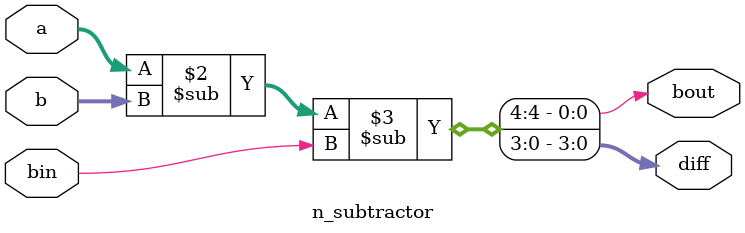
<source format=sv>
`timescale 1ns/1ps

module n_subtractor #(
    parameter int N = 4
)
(
    input  logic [N-1:0] a,
    input  logic [N-1:0] b,
    input  logic         bin,  // Borrow-in (usually 0)
    output logic [N-1:0] diff, // Difference
    output logic         bout  // Borrow-out
);
  
  always_comb begin
    {bout, diff} = a - b - bin;
  end

endmodule

</source>
